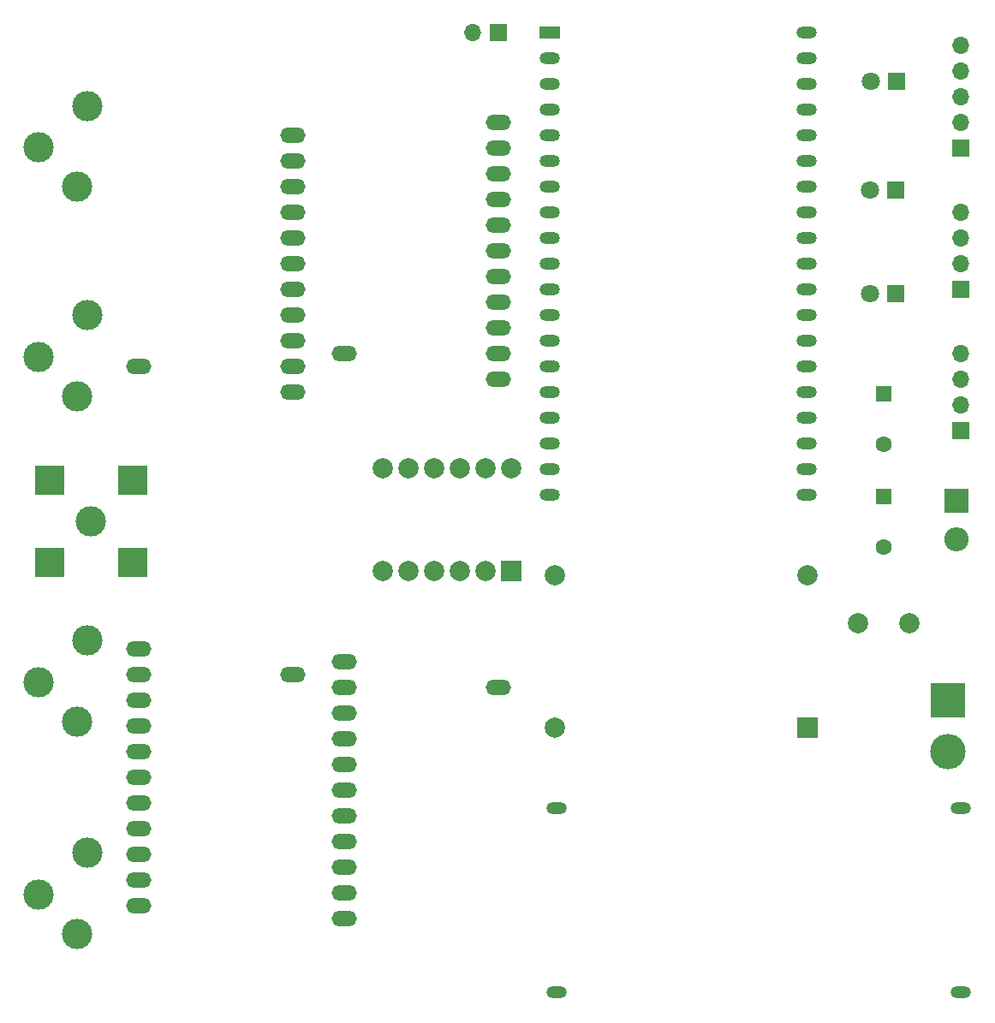
<source format=gbr>
%TF.GenerationSoftware,KiCad,Pcbnew,8.0.6*%
%TF.CreationDate,2024-11-28T17:20:23+01:00*%
%TF.ProjectId,fm-tx-LCD,666d2d74-782d-44c4-9344-2e6b69636164,rev?*%
%TF.SameCoordinates,Original*%
%TF.FileFunction,Soldermask,Bot*%
%TF.FilePolarity,Negative*%
%FSLAX46Y46*%
G04 Gerber Fmt 4.6, Leading zero omitted, Abs format (unit mm)*
G04 Created by KiCad (PCBNEW 8.0.6) date 2024-11-28 17:20:23*
%MOMM*%
%LPD*%
G01*
G04 APERTURE LIST*
%ADD10R,1.700000X1.700000*%
%ADD11O,1.700000X1.700000*%
%ADD12C,2.000000*%
%ADD13O,2.500000X1.500000*%
%ADD14R,1.800000X1.800000*%
%ADD15C,1.800000*%
%ADD16C,3.000000*%
%ADD17R,2.000000X1.200000*%
%ADD18O,2.000000X1.200000*%
%ADD19R,2.400000X2.400000*%
%ADD20O,2.400000X2.400000*%
%ADD21R,1.600000X1.600000*%
%ADD22C,1.600000*%
%ADD23R,2.000000X2.000000*%
%ADD24R,3.500000X3.500000*%
%ADD25O,3.500000X3.500000*%
%ADD26R,3.000000X3.000000*%
G04 APERTURE END LIST*
D10*
%TO.C,SW1*%
X140970000Y-40635000D03*
D11*
X140970000Y-38095000D03*
X140970000Y-35555000D03*
X140970000Y-33015000D03*
X140970000Y-30475000D03*
%TD*%
D12*
%TO.C,F1*%
X135890000Y-87630000D03*
X130810000Y-87620000D03*
%TD*%
D13*
%TO.C,U7*%
X80010000Y-116840000D03*
X80010000Y-114300000D03*
X80010000Y-111760000D03*
X80010000Y-109220000D03*
X80010000Y-106680000D03*
X80010000Y-104140000D03*
X80010000Y-101600000D03*
X80010000Y-99060000D03*
X80010000Y-96520000D03*
X80010000Y-93980000D03*
X80010000Y-91440000D03*
X95250000Y-93980000D03*
%TD*%
D14*
%TO.C,D3*%
X134500000Y-55000000D03*
D15*
X131960000Y-55000000D03*
%TD*%
D16*
%TO.C,J8*%
X53580000Y-118300000D03*
X54580000Y-110300000D03*
X49780000Y-114400000D03*
%TD*%
D17*
%TO.C,U1*%
X100330000Y-29210000D03*
D18*
X100330000Y-31750000D03*
X100330000Y-34290000D03*
X100330000Y-36830000D03*
X100330000Y-39370000D03*
X100330000Y-41910000D03*
X100330000Y-44450000D03*
X100330000Y-46990000D03*
X100330000Y-49530000D03*
X100330000Y-52070000D03*
X100330000Y-54610000D03*
X100330000Y-57150000D03*
X100330000Y-59690000D03*
X100330000Y-62230000D03*
X100330000Y-64770000D03*
X100330000Y-67310000D03*
X100330000Y-69850000D03*
X100330000Y-72390000D03*
X100330000Y-74930000D03*
X125726320Y-74927280D03*
X125726320Y-72387280D03*
X125730000Y-69850000D03*
X125730000Y-67310000D03*
X125730000Y-64770000D03*
X125730000Y-62230000D03*
X125730000Y-59690000D03*
X125730000Y-57150000D03*
X125730000Y-54610000D03*
X125730000Y-52070000D03*
X125730000Y-49530000D03*
X125730000Y-46990000D03*
X125730000Y-44450000D03*
X125730000Y-41910000D03*
X125730000Y-39370000D03*
X125730000Y-36830000D03*
X125730000Y-34290000D03*
X125730000Y-31750000D03*
X125730000Y-29210000D03*
%TD*%
D19*
%TO.C,D4*%
X140500000Y-75500000D03*
D20*
X140500000Y-79310000D03*
%TD*%
D16*
%TO.C,J4*%
X53580000Y-44450000D03*
X54580000Y-36450000D03*
X49780000Y-40550000D03*
%TD*%
D13*
%TO.C,U8*%
X59690000Y-115570000D03*
X59690000Y-113030000D03*
X59690000Y-110490000D03*
X59690000Y-107950000D03*
X59690000Y-105410000D03*
X59690000Y-102870000D03*
X59690000Y-100330000D03*
X59690000Y-97790000D03*
X59690000Y-95250000D03*
X59690000Y-92710000D03*
X59690000Y-90170000D03*
X74930000Y-92710000D03*
%TD*%
D10*
%TO.C,U6*%
X140970000Y-54610000D03*
D11*
X140970000Y-52070000D03*
X140970000Y-49530000D03*
X140970000Y-46990000D03*
%TD*%
D13*
%TO.C,U4*%
X74930000Y-39370000D03*
X74930000Y-41910000D03*
X74930000Y-44450000D03*
X74930000Y-46990000D03*
X74930000Y-49530000D03*
X74930000Y-52070000D03*
X74930000Y-54610000D03*
X74930000Y-57150000D03*
X74930000Y-59690000D03*
X74930000Y-62230000D03*
X74930000Y-64770000D03*
X59690000Y-62230000D03*
%TD*%
D21*
%TO.C,C3*%
X133350000Y-75067349D03*
D22*
X133350000Y-80067349D03*
%TD*%
D21*
%TO.C,C2*%
X133350000Y-64907349D03*
D22*
X133350000Y-69907349D03*
%TD*%
D16*
%TO.C,J7*%
X53580000Y-97300000D03*
X54580000Y-89300000D03*
X49780000Y-93400000D03*
%TD*%
D12*
%TO.C,FL1*%
X100800000Y-82880000D03*
X100800000Y-97880000D03*
D23*
X125800000Y-97880000D03*
D12*
X125800000Y-82880000D03*
%TD*%
D14*
%TO.C,D2*%
X134500000Y-44750000D03*
D15*
X131960000Y-44750000D03*
%TD*%
D10*
%TO.C,J3*%
X140970000Y-68570000D03*
D11*
X140970000Y-66030000D03*
X140970000Y-63490000D03*
X140970000Y-60950000D03*
%TD*%
D23*
%TO.C,U3*%
X96520000Y-82462700D03*
D12*
X93980000Y-82462700D03*
X91440000Y-82462700D03*
X88900000Y-82462700D03*
X86360000Y-82462700D03*
X83820000Y-82462700D03*
X83820000Y-72302700D03*
X86360000Y-72302700D03*
X88900000Y-72302700D03*
X91440000Y-72302700D03*
X93980000Y-72302700D03*
X96520000Y-72302700D03*
%TD*%
D16*
%TO.C,J6*%
X53580000Y-65150000D03*
X54580000Y-57150000D03*
X49780000Y-61250000D03*
%TD*%
D14*
%TO.C,D1*%
X134620000Y-34000000D03*
D15*
X132080000Y-34000000D03*
%TD*%
D24*
%TO.C,J1*%
X139700000Y-95250000D03*
D25*
X139700000Y-100330000D03*
%TD*%
D18*
%TO.C,U2*%
X100970000Y-124120000D03*
X100970000Y-105920000D03*
X140970000Y-124120000D03*
X140970000Y-105920000D03*
%TD*%
D13*
%TO.C,U5*%
X95250000Y-38100000D03*
X95250000Y-40640000D03*
X95250000Y-43180000D03*
X95250000Y-45720000D03*
X95250000Y-48260000D03*
X95250000Y-50800000D03*
X95250000Y-53340000D03*
X95250000Y-55880000D03*
X95250000Y-58420000D03*
X95250000Y-60960000D03*
X95250000Y-63500000D03*
X80010000Y-60960000D03*
%TD*%
D10*
%TO.C,J2*%
X95250000Y-29210000D03*
D11*
X92710000Y-29210000D03*
%TD*%
D16*
%TO.C,J5*%
X54942967Y-77488062D03*
D26*
X59042967Y-81588062D03*
X59042967Y-73488062D03*
X50842967Y-81588062D03*
X50842967Y-73488062D03*
%TD*%
M02*

</source>
